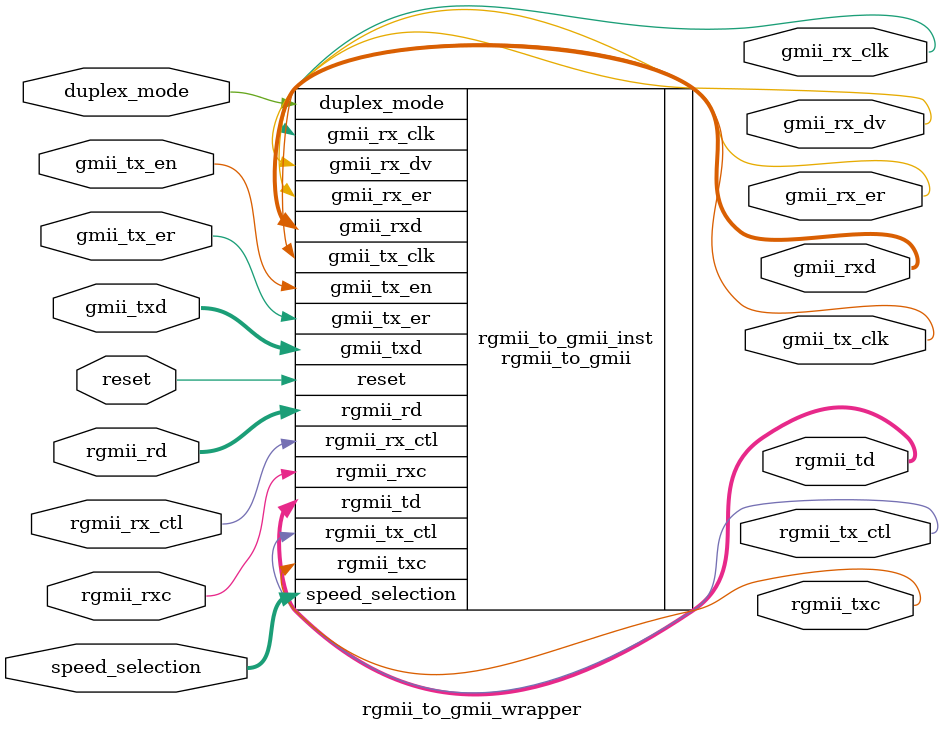
<source format=v>
module rgmii_to_gmii_wrapper (
    input   wire           reset,

    output  wire   [3:0]   rgmii_td,
    output  wire           rgmii_tx_ctl,
    output  wire           rgmii_txc,
    
    input   wire   [3:0]   rgmii_rd,
    input   wire           rgmii_rx_ctl,
    input   wire           rgmii_rxc,

    input   wire   [7:0]   gmii_txd,
    input   wire           gmii_tx_en,
    input   wire           gmii_tx_er,
    output  wire           gmii_tx_clk,
    
    output  wire   [7:0]   gmii_rxd,
    output  wire           gmii_rx_dv,
    output  wire           gmii_rx_er,
    output  wire           gmii_rx_clk,

    // output  wire           gmii_crs,
    // output  wire           gmii_col,

    input   wire   [1:0]   speed_selection,
    input   wire           duplex_mode
);

    rgmii_to_gmii rgmii_to_gmii_inst 
    (
        .reset(reset),
        .rgmii_td(rgmii_td),
        .rgmii_tx_ctl(rgmii_tx_ctl),
        .rgmii_txc(rgmii_txc),
        .rgmii_rd(rgmii_rd),
        .rgmii_rx_ctl(rgmii_rx_ctl),
        .rgmii_rxc(rgmii_rxc),
        .gmii_txd(gmii_txd),
        .gmii_tx_en(gmii_tx_en),
        .gmii_tx_er(gmii_tx_er),
        .gmii_tx_clk(gmii_tx_clk),
        .gmii_rxd(gmii_rxd),
        .gmii_rx_dv(gmii_rx_dv),
        .gmii_rx_er(gmii_rx_er),
        .gmii_rx_clk(gmii_rx_clk),
        //.gmii_crs(gmii_crs),
        //.gmii_col(gmii_col),
        .speed_selection(speed_selection),
        .duplex_mode(duplex_mode)
    );

endmodule
</source>
